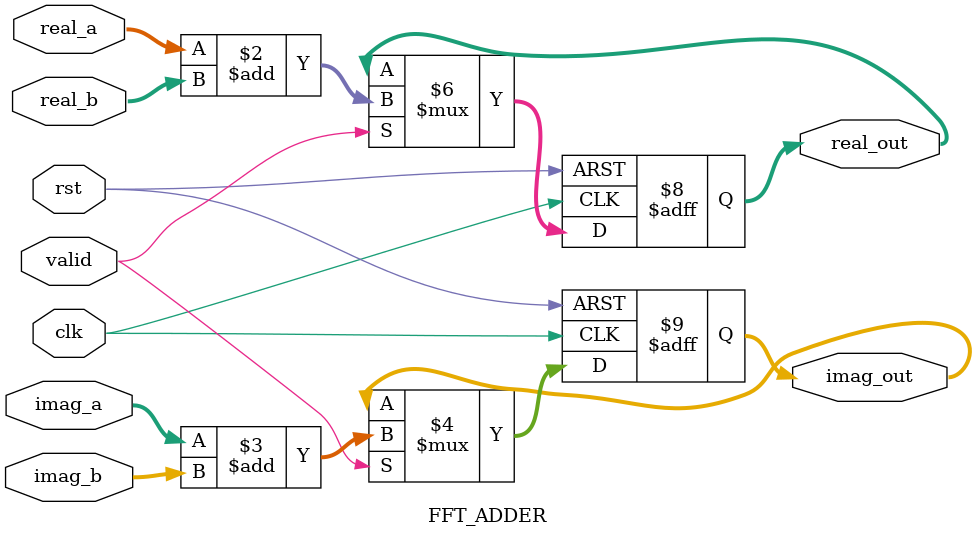
<source format=v>
module FFT_ADDER(clk, rst, valid, real_a, imag_a, real_b, imag_b, real_out, imag_out);

input clk, rst;
input valid;
input signed [31:0] real_a, imag_a;
input signed [31:0] real_b, imag_b;
output signed [31:0] real_out;
output signed [31:0] imag_out;

reg signed [31:0] real_out;
reg signed [31:0] imag_out;

always@(posedge clk or posedge rst)
	if(rst)
	begin
		real_out <= 0;
		imag_out <= 0;
	end
	else if(valid)
	begin
		real_out <= real_a + real_b;
		imag_out <= imag_a + imag_b;
	end


endmodule

</source>
